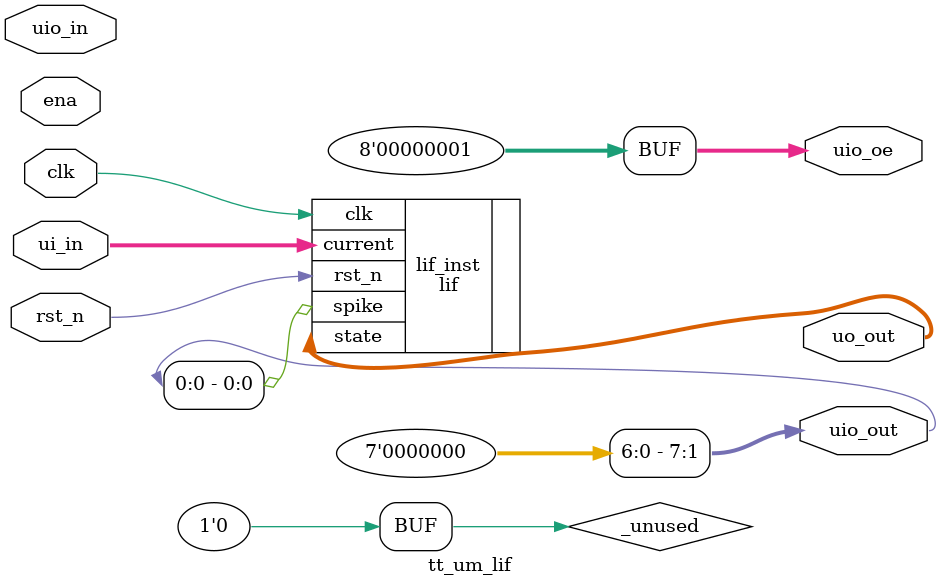
<source format=v>
/*
 * Copyright (c) 2024 Your Name
 * SPDX-License-Identifier: Apache-2.0
 */

`default_nettype none

module tt_um_lif (
    input  wire [7:0] ui_in,    // Dedicated inputs
    output wire [7:0] uo_out,   // Dedicated outputs
    input  wire [7:0] uio_in,   // IOs: Input path
    output wire [7:0] uio_out,  // IOs: Output path
    output wire [7:0] uio_oe,   // IOs: Enable path (active high: 0=input, 1=output)
    input  wire       ena,      // always 1 when the design is powered, so you can ignore it
    input  wire       clk,      // clock
    input  wire       rst_n     // reset_n - low to reset
);

  // All output pins must be assigned. If not used, assign to 0.
  assign uio_out[7:1] = 7'b0;
  assign uio_oe  = 1;

  // List all unused inputs to prevent warnings
  wire _unused = &{ena, uio_in, 1'b0};

  // instantiate lif module
  lif lif_inst (
    .clk(clk),
    .rst_n(rst_n),
    .current(ui_in),
    .state(uo_out),
    .spike(uio_out[0])
  );

endmodule

</source>
